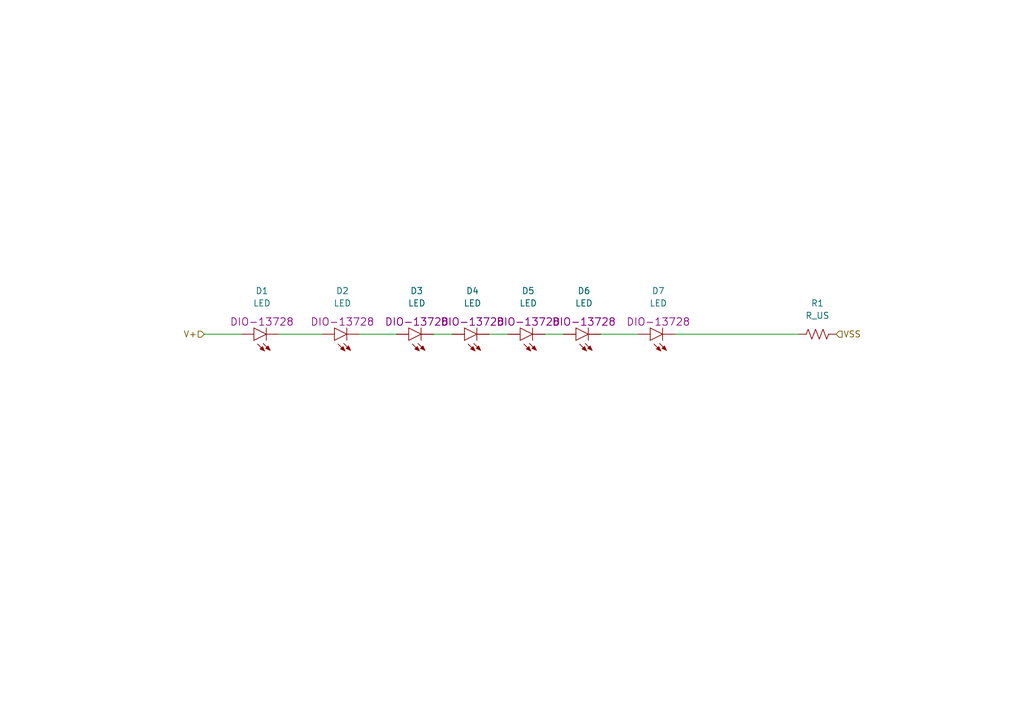
<source format=kicad_sch>
(kicad_sch (version 20211123) (generator eeschema)
  (paper "A5")
  (lib_symbols
    (symbol "Device:R_US" (pin_numbers hide) (pin_names (offset 0))
      (property "Reference" "R" (at 2.54 0 90))
      (property "Value" "R_US" (at -2.54 0 90))
      (symbol "R_US_0_1"
        (polyline (pts (xy 0 -2.286) (xy 0 -2.54)))
        (polyline (pts (xy 0 2.286) (xy 0 2.54)))
        (polyline (pts (xy 0 -0.762) (xy 1.016 -1.143) (xy 0 -1.524) (xy -1.016 -1.905) (xy 0 -2.286)))
        (polyline (pts (xy 0 0.762) (xy 1.016 0.381) (xy 0 0) (xy -1.016 -0.381) (xy 0 -0.762)))
        (polyline (pts (xy 0 2.286) (xy 1.016 1.905) (xy 0 1.524) (xy -1.016 1.143) (xy 0 0.762)))
      )
      (symbol "R_US_1_1"
        (pin passive line (at 0 3.81 270) (length 1.27) (name "~") (number "1"))
        (pin passive line (at 0 -3.81 90) (length 1.27) (name "~") (number "2"))
      )
    )
    (symbol "SparkFun:LED-WHITE3014" (pin_numbers hide) (pin_names (offset 1.016) hide)
      (property "Reference" "D" (at -1.27 -6.35 90))
      (property "Value" "LED-WHITE3014" (at 3.81 -6.35 90))
      (property "Field4" "DIO-13728" (at -6.35 0 90))
      (symbol "LED-WHITE3014_1_0"
        (polyline (pts (xy -2.032 -0.762) (xy -3.429 -2.159)))
        (polyline (pts (xy -1.905 -1.905) (xy -3.302 -3.302)))
        (polyline (pts (xy 0 -2.54) (xy -1.27 -2.54)))
        (polyline (pts (xy 0 -2.54) (xy -1.27 0)))
        (polyline (pts (xy 1.27 -2.54) (xy 0 -2.54)))
        (polyline (pts (xy 1.27 0) (xy -1.27 0)))
        (polyline (pts (xy 1.27 0) (xy 0 -2.54)))
      )
      (symbol "LED-WHITE3014_1_1"
        (polyline (pts (xy -3.429 -2.159) (xy -3.048 -1.27) (xy -3.048 -1.27) (xy -2.54 -1.778) (xy -2.54 -1.778) (xy -3.429 -2.159)) (fill (type outline)))
        (polyline (pts (xy -3.302 -3.302) (xy -2.921 -2.413) (xy -2.921 -2.413) (xy -2.413 -2.921) (xy -2.413 -2.921) (xy -3.302 -3.302)) (fill (type outline)))
        (pin passive line (at 0 2.54 270) (length 2.54) (name "A") (number "A"))
        (pin passive line (at 0 -5.08 90) (length 2.54) (name "C") (number "C"))
      )
    )
  )
  (wire (pts (xy 104.14 68.58) (xy 100.33 68.58)))
  (wire (pts (xy 66.04 68.58) (xy 57.15 68.58)))
  (wire (pts (xy 81.28 68.58) (xy 73.66 68.58)))
  (wire (pts (xy 92.71 68.58) (xy 88.9 68.58)))
  (wire (pts (xy 138.43 68.58) (xy 163.83 68.58)))
  (wire (pts (xy 49.53 68.58) (xy 41.91 68.58)))
  (wire (pts (xy 130.81 68.58) (xy 123.19 68.58)))
  (wire (pts (xy 115.57 68.58) (xy 111.76 68.58)))
  (hierarchical_label "V+" (shape input) (at 41.91 68.58 180))
  (hierarchical_label "VSS" (shape input) (at 171.45 68.58 0))
  (symbol (lib_id "SparkFun:LED-WHITE3014") (at 83.82 68.58 90)
    (property "Reference" "D3" (at 85.471 59.69 90))
    (property "Value" "LED" (at 85.471 62.23 90))
    (property "Footprint" "SparkFun:SUPER_BRIGHT_SMD_LED_3014" (effects hide))
    (property "Field4" "DIO-13728" (at 85.471 66.04 90) (effects (font (size 1.524 1.524))))
  )
  (symbol (lib_id "SparkFun:LED-WHITE3014") (at 118.11 68.58 90)
    (property "Reference" "D6" (at 119.761 59.69 90))
    (property "Value" "LED" (at 119.761 62.23 90))
    (property "Footprint" "SparkFun:SUPER_BRIGHT_SMD_LED_3014" (effects hide))
    (property "Field4" "DIO-13728" (at 119.761 66.04 90) (effects (font (size 1.524 1.524))))
  )
  (symbol (lib_id "SparkFun:LED-WHITE3014") (at 52.07 68.58 90)
    (property "Reference" "D1" (at 53.721 59.69 90))
    (property "Value" "LED" (at 53.721 62.23 90))
    (property "Footprint" "SparkFun:SUPER_BRIGHT_SMD_LED_3014" (effects hide))
    (property "Field4" "DIO-13728" (at 53.721 66.04 90) (effects (font (size 1.524 1.524))))
  )
  (symbol (lib_id "SparkFun:LED-WHITE3014") (at 68.58 68.58 90)
    (property "Reference" "D2" (at 70.231 59.69 90))
    (property "Value" "LED" (at 70.231 62.23 90))
    (property "Footprint" "SparkFun:SUPER_BRIGHT_SMD_LED_3014" (effects hide))
    (property "Field4" "DIO-13728" (at 70.231 66.04 90) (effects (font (size 1.524 1.524))))
  )
  (symbol (lib_id "SparkFun:LED-WHITE3014") (at 106.68 68.58 90)
    (property "Reference" "D5" (at 108.331 59.69 90))
    (property "Value" "LED" (at 108.331 62.23 90))
    (property "Footprint" "SparkFun:SUPER_BRIGHT_SMD_LED_3014" (effects hide))
    (property "Field4" "DIO-13728" (at 108.331 66.04 90) (effects (font (size 1.524 1.524))))
  )
  (symbol (lib_id "SparkFun:LED-WHITE3014") (at 95.25 68.58 90)
    (property "Reference" "D4" (at 96.901 59.69 90))
    (property "Value" "LED" (at 96.901 62.23 90))
    (property "Footprint" "SparkFun:SUPER_BRIGHT_SMD_LED_3014" (effects hide))
    (property "Field4" "DIO-13728" (at 96.901 66.04 90) (effects (font (size 1.524 1.524))))
  )
  (symbol (lib_id "SparkFun:LED-WHITE3014") (at 133.35 68.58 90)
    (property "Reference" "D7" (at 135.001 59.69 90))
    (property "Value" "LED" (at 135.001 62.23 90))
    (property "Footprint" "SparkFun:SUPER_BRIGHT_SMD_LED_3014" (effects hide))
    (property "Field4" "DIO-13728" (at 135.001 66.04 90) (effects (font (size 1.524 1.524))))
  )
  (symbol (lib_id "Device:R_US") (at 167.64 68.58 90)
    (property "Reference" "R1" (at 167.64 62.23 90))
    (property "Value" "R_US" (at 167.64 64.77 90))
    (property "Footprint" "Resistor_SMD:R_0805_2012Metric" (effects hide))
  )
)
</source>
